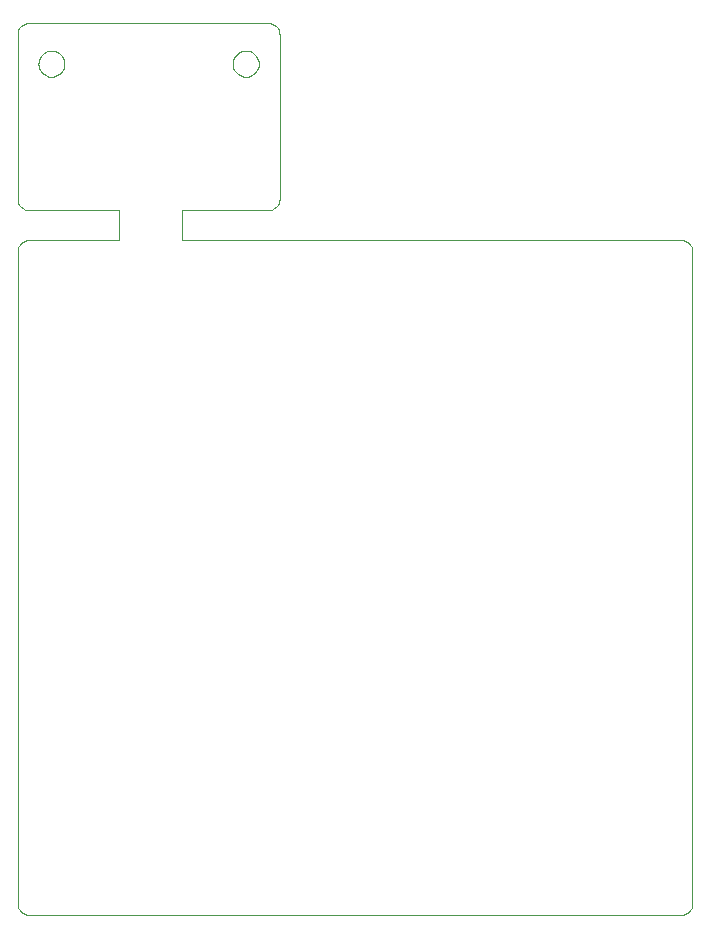
<source format=gbr>
%TF.GenerationSoftware,KiCad,Pcbnew,8.0.2*%
%TF.CreationDate,2024-10-13T22:55:22+09:00*%
%TF.ProjectId,typing-check-board,74797069-6e67-42d6-9368-65636b2d626f,rev?*%
%TF.SameCoordinates,Original*%
%TF.FileFunction,Profile,NP*%
%FSLAX46Y46*%
G04 Gerber Fmt 4.6, Leading zero omitted, Abs format (unit mm)*
G04 Created by KiCad (PCBNEW 8.0.2) date 2024-10-13 22:55:22*
%MOMM*%
%LPD*%
G01*
G04 APERTURE LIST*
%TA.AperFunction,Profile*%
%ADD10C,0.100000*%
%TD*%
G04 APERTURE END LIST*
D10*
X119545117Y-73962609D02*
X119545117Y-71470000D01*
X111981878Y-73962609D02*
X119545117Y-73962609D01*
X111786678Y-73981909D02*
X111981878Y-73962609D01*
X111600578Y-74038209D02*
X111786678Y-73981909D01*
X111427078Y-74130609D02*
X111600578Y-74038209D01*
X111274778Y-74255509D02*
X111427078Y-74130609D01*
X111150278Y-74407209D02*
X111274778Y-74255509D01*
X111058578Y-74578509D02*
X111150278Y-74407209D01*
X111001278Y-74766609D02*
X111058578Y-74578509D01*
X110981878Y-74962609D02*
X111001278Y-74766609D01*
X110981878Y-130128309D02*
X110981878Y-74962609D01*
X111001078Y-130323309D02*
X110981878Y-130128309D01*
X111057378Y-130509309D02*
X111001078Y-130323309D01*
X111149878Y-130682309D02*
X111057378Y-130509309D01*
X111274778Y-130835309D02*
X111149878Y-130682309D01*
X111426478Y-130959309D02*
X111274778Y-130835309D01*
X111597778Y-131051309D02*
X111426478Y-130959309D01*
X111785878Y-131108309D02*
X111597778Y-131051309D01*
X111981878Y-131128309D02*
X111785878Y-131108309D01*
X167126878Y-131128309D02*
X111981878Y-131128309D01*
X167322178Y-131108309D02*
X167126878Y-131128309D01*
X167507778Y-131052309D02*
X167322178Y-131108309D01*
X167681778Y-130960309D02*
X167507778Y-131052309D01*
X167833778Y-130835309D02*
X167681778Y-130960309D01*
X167958778Y-130683309D02*
X167833778Y-130835309D01*
X168049778Y-130512309D02*
X167958778Y-130683309D01*
X168107778Y-130324309D02*
X168049778Y-130512309D01*
X168126778Y-130128309D02*
X168107778Y-130324309D01*
X168126778Y-74962609D02*
X168126778Y-130128309D01*
X168107778Y-74767409D02*
X168126778Y-74962609D01*
X168051778Y-74581409D02*
X168107778Y-74767409D01*
X167958778Y-74407809D02*
X168051778Y-74581409D01*
X167833778Y-74255509D02*
X167958778Y-74407809D01*
X167682778Y-74131109D02*
X167833778Y-74255509D01*
X167510778Y-74039309D02*
X167682778Y-74131109D01*
X167322878Y-73982009D02*
X167510778Y-74039309D01*
X167126878Y-73962609D02*
X167322878Y-73982009D01*
X124916234Y-73962609D02*
X167126878Y-73962609D01*
X124916234Y-71470000D02*
X124916234Y-73962609D01*
X132171700Y-71470000D02*
X124916234Y-71470000D01*
X132366900Y-71450800D02*
X132171700Y-71470000D01*
X132553000Y-71394400D02*
X132366900Y-71450800D01*
X132726500Y-71302000D02*
X132553000Y-71394400D01*
X132878800Y-71177100D02*
X132726500Y-71302000D01*
X133003300Y-71025400D02*
X132878800Y-71177100D01*
X133095000Y-70854100D02*
X133003300Y-71025400D01*
X133152300Y-70666000D02*
X133095000Y-70854100D01*
X133171700Y-70470000D02*
X133152300Y-70666000D01*
X133171700Y-56601200D02*
X133171700Y-70470000D01*
X133152500Y-56406000D02*
X133171700Y-56601200D01*
X133096200Y-56219900D02*
X133152500Y-56406000D01*
X133003700Y-56046400D02*
X133096200Y-56219900D01*
X132878800Y-55894100D02*
X133003700Y-56046400D01*
X132727100Y-55769700D02*
X132878800Y-55894100D01*
X132555800Y-55677900D02*
X132727100Y-55769700D01*
X132367700Y-55620600D02*
X132555800Y-55677900D01*
X132171700Y-55601200D02*
X132367700Y-55620600D01*
X111980000Y-55601200D02*
X132171700Y-55601200D01*
X111784800Y-55620400D02*
X111980000Y-55601200D01*
X111598700Y-55676800D02*
X111784800Y-55620400D01*
X111425200Y-55769200D02*
X111598700Y-55676800D01*
X111272900Y-55894100D02*
X111425200Y-55769200D01*
X111148500Y-56045800D02*
X111272900Y-55894100D01*
X111056700Y-56217100D02*
X111148500Y-56045800D01*
X110999400Y-56405200D02*
X111056700Y-56217100D01*
X110980000Y-56601200D02*
X110999400Y-56405200D01*
X110980000Y-70470000D02*
X110980000Y-56601200D01*
X110999200Y-70665200D02*
X110980000Y-70470000D01*
X111055600Y-70851200D02*
X110999200Y-70665200D01*
X111148000Y-71024800D02*
X111055600Y-70851200D01*
X111272900Y-71177100D02*
X111148000Y-71024800D01*
X111424600Y-71301500D02*
X111272900Y-71177100D01*
X111595900Y-71393300D02*
X111424600Y-71301500D01*
X111784000Y-71450600D02*
X111595900Y-71393300D01*
X111980000Y-71470000D02*
X111784000Y-71450600D01*
X119545117Y-71470000D02*
X111980000Y-71470000D01*
X114939100Y-58880400D02*
X114952400Y-59052000D01*
X114898900Y-58712100D02*
X114939100Y-58880400D01*
X114832900Y-58552900D02*
X114898900Y-58712100D01*
X114742700Y-58405800D02*
X114832900Y-58552900D01*
X114630200Y-58274100D02*
X114742700Y-58405800D01*
X114499900Y-58162600D02*
X114630200Y-58274100D01*
X114353200Y-58072300D02*
X114499900Y-58162600D01*
X114193400Y-58005900D02*
X114353200Y-58072300D01*
X114025000Y-57965500D02*
X114193400Y-58005900D01*
X113852400Y-57952000D02*
X114025000Y-57965500D01*
X113680800Y-57965300D02*
X113852400Y-57952000D01*
X113512500Y-58005500D02*
X113680800Y-57965300D01*
X113353300Y-58071500D02*
X113512500Y-58005500D01*
X113206200Y-58161700D02*
X113353300Y-58071500D01*
X113074600Y-58274100D02*
X113206200Y-58161700D01*
X112963100Y-58404400D02*
X113074600Y-58274100D01*
X112872700Y-58551100D02*
X112963100Y-58404400D01*
X112806300Y-58711000D02*
X112872700Y-58551100D01*
X112765900Y-58879300D02*
X112806300Y-58711000D01*
X112752400Y-59052000D02*
X112765900Y-58879300D01*
X112765700Y-59223600D02*
X112752400Y-59052000D01*
X112805900Y-59391900D02*
X112765700Y-59223600D01*
X112871900Y-59551100D02*
X112805900Y-59391900D01*
X112962100Y-59698200D02*
X112871900Y-59551100D01*
X113074600Y-59829800D02*
X112962100Y-59698200D01*
X113204900Y-59941300D02*
X113074600Y-59829800D01*
X113351600Y-60031700D02*
X113204900Y-59941300D01*
X113511400Y-60098100D02*
X113351600Y-60031700D01*
X113679800Y-60138500D02*
X113511400Y-60098100D01*
X113852400Y-60152000D02*
X113679800Y-60138500D01*
X114024000Y-60138700D02*
X113852400Y-60152000D01*
X114192200Y-60098500D02*
X114024000Y-60138700D01*
X114351400Y-60032500D02*
X114192200Y-60098500D01*
X114498500Y-59942300D02*
X114351400Y-60032500D01*
X114630200Y-59829800D02*
X114498500Y-59942300D01*
X114741700Y-59699500D02*
X114630200Y-59829800D01*
X114832100Y-59552800D02*
X114741700Y-59699500D01*
X114898500Y-59393000D02*
X114832100Y-59552800D01*
X114938900Y-59224700D02*
X114898500Y-59393000D01*
X114952400Y-59052000D02*
X114938900Y-59224700D01*
X131387200Y-58880400D02*
X131400500Y-59052000D01*
X131347000Y-58712100D02*
X131387200Y-58880400D01*
X131281000Y-58552900D02*
X131347000Y-58712100D01*
X131190800Y-58405800D02*
X131281000Y-58552900D01*
X131078300Y-58274100D02*
X131190800Y-58405800D01*
X130948000Y-58162600D02*
X131078300Y-58274100D01*
X130801300Y-58072300D02*
X130948000Y-58162600D01*
X130641500Y-58005900D02*
X130801300Y-58072300D01*
X130473100Y-57965500D02*
X130641500Y-58005900D01*
X130300500Y-57952000D02*
X130473100Y-57965500D01*
X130128900Y-57965300D02*
X130300500Y-57952000D01*
X129960700Y-58005500D02*
X130128900Y-57965300D01*
X129801500Y-58071500D02*
X129960700Y-58005500D01*
X129654400Y-58161700D02*
X129801500Y-58071500D01*
X129522700Y-58274100D02*
X129654400Y-58161700D01*
X129411200Y-58404400D02*
X129522700Y-58274100D01*
X129320800Y-58551100D02*
X129411200Y-58404400D01*
X129254400Y-58711000D02*
X129320800Y-58551100D01*
X129214000Y-58879300D02*
X129254400Y-58711000D01*
X129200500Y-59052000D02*
X129214000Y-58879300D01*
X129213800Y-59223600D02*
X129200500Y-59052000D01*
X129254000Y-59391900D02*
X129213800Y-59223600D01*
X129320000Y-59551100D02*
X129254000Y-59391900D01*
X129410200Y-59698200D02*
X129320000Y-59551100D01*
X129522700Y-59829800D02*
X129410200Y-59698200D01*
X129653000Y-59941300D02*
X129522700Y-59829800D01*
X129799700Y-60031700D02*
X129653000Y-59941300D01*
X129959500Y-60098100D02*
X129799700Y-60031700D01*
X130127900Y-60138500D02*
X129959500Y-60098100D01*
X130300500Y-60152000D02*
X130127900Y-60138500D01*
X130472100Y-60138700D02*
X130300500Y-60152000D01*
X130640400Y-60098500D02*
X130472100Y-60138700D01*
X130799600Y-60032500D02*
X130640400Y-60098500D01*
X130946700Y-59942300D02*
X130799600Y-60032500D01*
X131078300Y-59829800D02*
X130946700Y-59942300D01*
X131189800Y-59699500D02*
X131078300Y-59829800D01*
X131280200Y-59552800D02*
X131189800Y-59699500D01*
X131346600Y-59393000D02*
X131280200Y-59552800D01*
X131387000Y-59224700D02*
X131346600Y-59393000D01*
X131400500Y-59052000D02*
X131387000Y-59224700D01*
M02*

</source>
